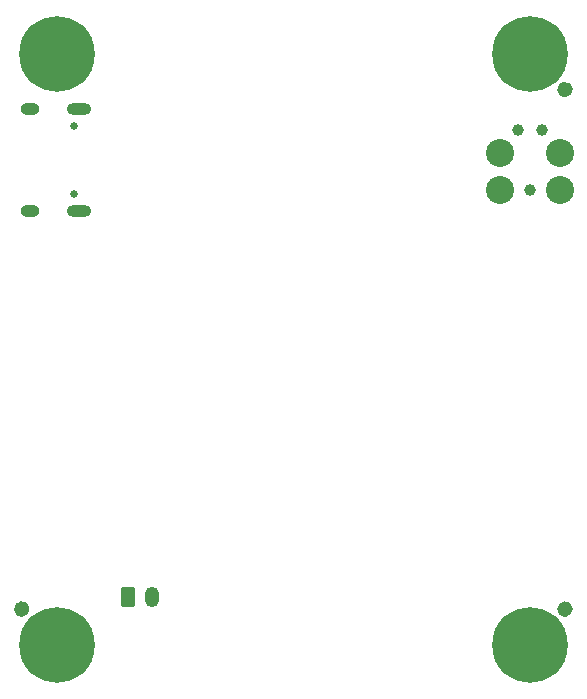
<source format=gbr>
G04 #@! TF.GenerationSoftware,KiCad,Pcbnew,7.0.8*
G04 #@! TF.CreationDate,2024-06-10T03:18:03-07:00*
G04 #@! TF.ProjectId,IotDisplay,496f7444-6973-4706-9c61-792e6b696361,rev?*
G04 #@! TF.SameCoordinates,Original*
G04 #@! TF.FileFunction,Soldermask,Bot*
G04 #@! TF.FilePolarity,Negative*
%FSLAX46Y46*%
G04 Gerber Fmt 4.6, Leading zero omitted, Abs format (unit mm)*
G04 Created by KiCad (PCBNEW 7.0.8) date 2024-06-10 03:18:03*
%MOMM*%
%LPD*%
G01*
G04 APERTURE LIST*
G04 Aperture macros list*
%AMRoundRect*
0 Rectangle with rounded corners*
0 $1 Rounding radius*
0 $2 $3 $4 $5 $6 $7 $8 $9 X,Y pos of 4 corners*
0 Add a 4 corners polygon primitive as box body*
4,1,4,$2,$3,$4,$5,$6,$7,$8,$9,$2,$3,0*
0 Add four circle primitives for the rounded corners*
1,1,$1+$1,$2,$3*
1,1,$1+$1,$4,$5*
1,1,$1+$1,$6,$7*
1,1,$1+$1,$8,$9*
0 Add four rect primitives between the rounded corners*
20,1,$1+$1,$2,$3,$4,$5,0*
20,1,$1+$1,$4,$5,$6,$7,0*
20,1,$1+$1,$6,$7,$8,$9,0*
20,1,$1+$1,$8,$9,$2,$3,0*%
G04 Aperture macros list end*
%ADD10C,0.650000*%
%ADD11RoundRect,0.250000X-0.350000X-0.625000X0.350000X-0.625000X0.350000X0.625000X-0.350000X0.625000X0*%
%ADD12O,1.200000X1.750000*%
%ADD13C,0.990600*%
%ADD14C,2.374900*%
%ADD15C,1.152000*%
%ADD16O,1.600000X1.000000*%
%ADD17O,2.100000X1.000000*%
%ADD18C,0.650000*%
%ADD19C,0.800000*%
%ADD20C,6.400000*%
G04 APERTURE END LIST*
D10*
X77325000Y-147000000D02*
G75*
G03*
X77325000Y-147000000I-325000J0D01*
G01*
X123325000Y-103000000D02*
G75*
G03*
X123325000Y-103000000I-325000J0D01*
G01*
X123325000Y-147000000D02*
G75*
G03*
X123325000Y-147000000I-325000J0D01*
G01*
D11*
X86000000Y-146000000D03*
D12*
X88000000Y-146000000D03*
D13*
X121016000Y-106460000D03*
X118984000Y-106460000D03*
D14*
X122540000Y-108365000D03*
X117460000Y-108365000D03*
X122540000Y-111540000D03*
D13*
X120000000Y-111540000D03*
D14*
X117460000Y-111540000D03*
D15*
X77000000Y-147000000D03*
X123000000Y-103000000D03*
D16*
X77710000Y-113320000D03*
D17*
X81890000Y-113320000D03*
D16*
X77710000Y-104680000D03*
D17*
X81890000Y-104680000D03*
D18*
X81390000Y-111890000D03*
X81390000Y-106110000D03*
D19*
X77600000Y-150000000D03*
X78302944Y-148302944D03*
X78302944Y-151697056D03*
X80000000Y-147600000D03*
D20*
X80000000Y-150000000D03*
D19*
X80000000Y-152400000D03*
X81697056Y-148302944D03*
X81697056Y-151697056D03*
X82400000Y-150000000D03*
X77600000Y-100000000D03*
X78302944Y-98302944D03*
X78302944Y-101697056D03*
X80000000Y-97600000D03*
D20*
X80000000Y-100000000D03*
D19*
X80000000Y-102400000D03*
X81697056Y-98302944D03*
X81697056Y-101697056D03*
X82400000Y-100000000D03*
X117600000Y-100000000D03*
X118302944Y-98302944D03*
X118302944Y-101697056D03*
X120000000Y-97600000D03*
D20*
X120000000Y-100000000D03*
D19*
X120000000Y-102400000D03*
X121697056Y-98302944D03*
X121697056Y-101697056D03*
X122400000Y-100000000D03*
X117600000Y-150000000D03*
X118302944Y-148302944D03*
X118302944Y-151697056D03*
X120000000Y-147600000D03*
D20*
X120000000Y-150000000D03*
D19*
X120000000Y-152400000D03*
X121697056Y-148302944D03*
X121697056Y-151697056D03*
X122400000Y-150000000D03*
D15*
X123000000Y-147000000D03*
M02*

</source>
